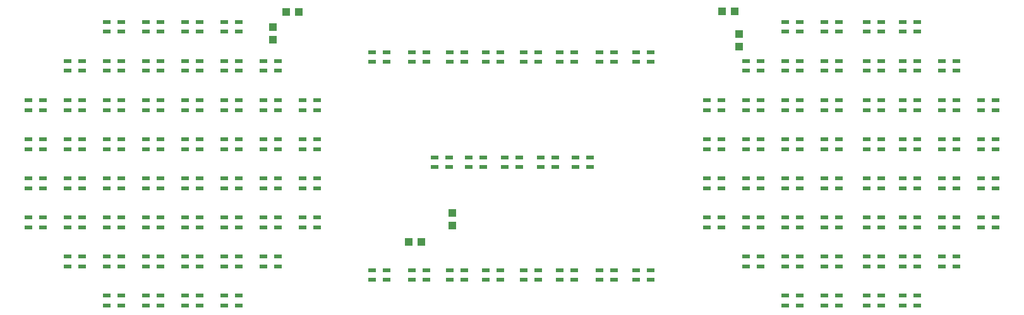
<source format=gbr>
G04 EAGLE Gerber RS-274X export*
G75*
%MOMM*%
%FSLAX34Y34*%
%LPD*%
%INSolderpaste Top*%
%IPPOS*%
%AMOC8*
5,1,8,0,0,1.08239X$1,22.5*%
G01*
%ADD10R,1.000000X0.600000*%
%ADD11R,1.100000X1.000000*%
%ADD12R,1.000000X1.100000*%


D10*
X264000Y415250D03*
X264000Y402250D03*
X283500Y402250D03*
X283500Y415250D03*
X54000Y362750D03*
X54000Y349750D03*
X73500Y349750D03*
X73500Y362750D03*
X211500Y415250D03*
X211500Y402250D03*
X231000Y402250D03*
X231000Y415250D03*
X159000Y415250D03*
X159000Y402250D03*
X178500Y402250D03*
X178500Y415250D03*
X106500Y415250D03*
X106500Y402250D03*
X126000Y402250D03*
X126000Y415250D03*
X316500Y362750D03*
X316500Y349750D03*
X336000Y349750D03*
X336000Y362750D03*
X264000Y362750D03*
X264000Y349750D03*
X283500Y349750D03*
X283500Y362750D03*
X211500Y362750D03*
X211500Y349750D03*
X231000Y349750D03*
X231000Y362750D03*
X159000Y362750D03*
X159000Y349750D03*
X178500Y349750D03*
X178500Y362750D03*
X106500Y362750D03*
X106500Y349750D03*
X126000Y349750D03*
X126000Y362750D03*
X369000Y310250D03*
X369000Y297250D03*
X388500Y297250D03*
X388500Y310250D03*
X316500Y310250D03*
X316500Y297250D03*
X336000Y297250D03*
X336000Y310250D03*
X264000Y310250D03*
X264000Y297250D03*
X283500Y297250D03*
X283500Y310250D03*
X211500Y310250D03*
X211500Y297250D03*
X231000Y297250D03*
X231000Y310250D03*
X159000Y310250D03*
X159000Y297250D03*
X178500Y297250D03*
X178500Y310250D03*
X106500Y310250D03*
X106500Y297250D03*
X126000Y297250D03*
X126000Y310250D03*
X54000Y310250D03*
X54000Y297250D03*
X73500Y297250D03*
X73500Y310250D03*
X1500Y310250D03*
X1500Y297250D03*
X21000Y297250D03*
X21000Y310250D03*
X369000Y257750D03*
X369000Y244750D03*
X388500Y244750D03*
X388500Y257750D03*
X316500Y257750D03*
X316500Y244750D03*
X336000Y244750D03*
X336000Y257750D03*
X264000Y257750D03*
X264000Y244750D03*
X283500Y244750D03*
X283500Y257750D03*
X211500Y257750D03*
X211500Y244750D03*
X231000Y244750D03*
X231000Y257750D03*
X159000Y257750D03*
X159000Y244750D03*
X178500Y244750D03*
X178500Y257750D03*
X106500Y257750D03*
X106500Y244750D03*
X126000Y244750D03*
X126000Y257750D03*
X54000Y257750D03*
X54000Y244750D03*
X73500Y244750D03*
X73500Y257750D03*
X1500Y257750D03*
X1500Y244750D03*
X21000Y244750D03*
X21000Y257750D03*
X369000Y205250D03*
X369000Y192250D03*
X388500Y192250D03*
X388500Y205250D03*
X316500Y205250D03*
X316500Y192250D03*
X336000Y192250D03*
X336000Y205250D03*
X264000Y205250D03*
X264000Y192250D03*
X283500Y192250D03*
X283500Y205250D03*
X211500Y205250D03*
X211500Y192250D03*
X231000Y192250D03*
X231000Y205250D03*
X159000Y205250D03*
X159000Y192250D03*
X178500Y192250D03*
X178500Y205250D03*
X106500Y205250D03*
X106500Y192250D03*
X126000Y192250D03*
X126000Y205250D03*
X54000Y205250D03*
X54000Y192250D03*
X73500Y192250D03*
X73500Y205250D03*
X1500Y205250D03*
X1500Y192250D03*
X21000Y192250D03*
X21000Y205250D03*
X369000Y152750D03*
X369000Y139750D03*
X388500Y139750D03*
X388500Y152750D03*
X316500Y152750D03*
X316500Y139750D03*
X336000Y139750D03*
X336000Y152750D03*
X264000Y152750D03*
X264000Y139750D03*
X283500Y139750D03*
X283500Y152750D03*
X211500Y152750D03*
X211500Y139750D03*
X231000Y139750D03*
X231000Y152750D03*
X159000Y152750D03*
X159000Y139750D03*
X178500Y139750D03*
X178500Y152750D03*
X106500Y152750D03*
X106500Y139750D03*
X126000Y139750D03*
X126000Y152750D03*
X54000Y152750D03*
X54000Y139750D03*
X73500Y139750D03*
X73500Y152750D03*
X1500Y152750D03*
X1500Y139750D03*
X21000Y139750D03*
X21000Y152750D03*
X316500Y100250D03*
X316500Y87250D03*
X336000Y87250D03*
X336000Y100250D03*
X264000Y100250D03*
X264000Y87250D03*
X283500Y87250D03*
X283500Y100250D03*
X211500Y100250D03*
X211500Y87250D03*
X231000Y87250D03*
X231000Y100250D03*
X159000Y100250D03*
X159000Y87250D03*
X178500Y87250D03*
X178500Y100250D03*
X106500Y100250D03*
X106500Y87250D03*
X126000Y87250D03*
X126000Y100250D03*
X54000Y100250D03*
X54000Y87250D03*
X73500Y87250D03*
X73500Y100250D03*
X264000Y47750D03*
X264000Y34750D03*
X283500Y34750D03*
X283500Y47750D03*
X211500Y47750D03*
X211500Y34750D03*
X231000Y34750D03*
X231000Y47750D03*
X159000Y47750D03*
X159000Y34750D03*
X178500Y34750D03*
X178500Y47750D03*
X106500Y47750D03*
X106500Y34750D03*
X126000Y34750D03*
X126000Y47750D03*
X481720Y68688D03*
X481720Y81688D03*
X462220Y81688D03*
X462220Y68688D03*
X535060Y68688D03*
X535060Y81688D03*
X515560Y81688D03*
X515560Y68688D03*
X585860Y68688D03*
X585860Y81688D03*
X566360Y81688D03*
X566360Y68688D03*
X634120Y68688D03*
X634120Y81688D03*
X614620Y81688D03*
X614620Y68688D03*
X684920Y68688D03*
X684920Y81688D03*
X665420Y81688D03*
X665420Y68688D03*
X733180Y68688D03*
X733180Y81688D03*
X713680Y81688D03*
X713680Y68688D03*
X786520Y68688D03*
X786520Y81688D03*
X767020Y81688D03*
X767020Y68688D03*
X836050Y68688D03*
X836050Y81688D03*
X816550Y81688D03*
X816550Y68688D03*
X546040Y233750D03*
X546040Y220750D03*
X565540Y220750D03*
X565540Y233750D03*
X591760Y233750D03*
X591760Y220750D03*
X611260Y220750D03*
X611260Y233750D03*
X640020Y233750D03*
X640020Y220750D03*
X659520Y220750D03*
X659520Y233750D03*
X688280Y233750D03*
X688280Y220750D03*
X707780Y220750D03*
X707780Y233750D03*
X735270Y233750D03*
X735270Y220750D03*
X754770Y220750D03*
X754770Y233750D03*
X481720Y361750D03*
X481720Y374750D03*
X462220Y374750D03*
X462220Y361750D03*
X535060Y361750D03*
X535060Y374750D03*
X515560Y374750D03*
X515560Y361750D03*
X585860Y361750D03*
X585860Y374750D03*
X566360Y374750D03*
X566360Y361750D03*
X634120Y361750D03*
X634120Y374750D03*
X614620Y374750D03*
X614620Y361750D03*
X684920Y361750D03*
X684920Y374750D03*
X665420Y374750D03*
X665420Y361750D03*
X733180Y361750D03*
X733180Y374750D03*
X713680Y374750D03*
X713680Y361750D03*
X786520Y361750D03*
X786520Y374750D03*
X767020Y374750D03*
X767020Y361750D03*
X836050Y361750D03*
X836050Y374750D03*
X816550Y374750D03*
X816550Y361750D03*
X1036000Y402250D03*
X1036000Y415250D03*
X1016500Y415250D03*
X1016500Y402250D03*
X1088500Y402250D03*
X1088500Y415250D03*
X1069000Y415250D03*
X1069000Y402250D03*
X1144550Y402250D03*
X1144550Y415250D03*
X1125050Y415250D03*
X1125050Y402250D03*
X1193500Y402250D03*
X1193500Y415250D03*
X1174000Y415250D03*
X1174000Y402250D03*
X983500Y349750D03*
X983500Y362750D03*
X964000Y362750D03*
X964000Y349750D03*
X1036000Y349750D03*
X1036000Y362750D03*
X1016500Y362750D03*
X1016500Y349750D03*
X1088500Y349750D03*
X1088500Y362750D03*
X1069000Y362750D03*
X1069000Y349750D03*
X1144550Y349750D03*
X1144550Y362750D03*
X1125050Y362750D03*
X1125050Y349750D03*
X1193500Y349750D03*
X1193500Y362750D03*
X1174000Y362750D03*
X1174000Y349750D03*
X1246000Y349750D03*
X1246000Y362750D03*
X1226500Y362750D03*
X1226500Y349750D03*
X931000Y297250D03*
X931000Y310250D03*
X911500Y310250D03*
X911500Y297250D03*
X983500Y297250D03*
X983500Y310250D03*
X964000Y310250D03*
X964000Y297250D03*
X1036000Y297250D03*
X1036000Y310250D03*
X1016500Y310250D03*
X1016500Y297250D03*
X1088500Y297250D03*
X1088500Y310250D03*
X1069000Y310250D03*
X1069000Y297250D03*
X1144550Y297250D03*
X1144550Y310250D03*
X1125050Y310250D03*
X1125050Y297250D03*
X1193500Y297250D03*
X1193500Y310250D03*
X1174000Y310250D03*
X1174000Y297250D03*
X1246000Y297250D03*
X1246000Y310250D03*
X1226500Y310250D03*
X1226500Y297250D03*
X1298500Y297250D03*
X1298500Y310250D03*
X1279000Y310250D03*
X1279000Y297250D03*
X931000Y244750D03*
X931000Y257750D03*
X911500Y257750D03*
X911500Y244750D03*
X983500Y244750D03*
X983500Y257750D03*
X964000Y257750D03*
X964000Y244750D03*
X1036000Y244750D03*
X1036000Y257750D03*
X1016500Y257750D03*
X1016500Y244750D03*
X1088500Y244750D03*
X1088500Y257750D03*
X1069000Y257750D03*
X1069000Y244750D03*
X1144550Y244750D03*
X1144550Y257750D03*
X1125050Y257750D03*
X1125050Y244750D03*
X1193500Y244750D03*
X1193500Y257750D03*
X1174000Y257750D03*
X1174000Y244750D03*
X1246000Y244750D03*
X1246000Y257750D03*
X1226500Y257750D03*
X1226500Y244750D03*
X1298500Y244750D03*
X1298500Y257750D03*
X1279000Y257750D03*
X1279000Y244750D03*
X931000Y192250D03*
X931000Y205250D03*
X911500Y205250D03*
X911500Y192250D03*
X983500Y192250D03*
X983500Y205250D03*
X964000Y205250D03*
X964000Y192250D03*
X1036000Y192250D03*
X1036000Y205250D03*
X1016500Y205250D03*
X1016500Y192250D03*
X1088500Y192250D03*
X1088500Y205250D03*
X1069000Y205250D03*
X1069000Y192250D03*
X1144550Y192250D03*
X1144550Y205250D03*
X1125050Y205250D03*
X1125050Y192250D03*
X1193500Y192250D03*
X1193500Y205250D03*
X1174000Y205250D03*
X1174000Y192250D03*
X1246000Y192250D03*
X1246000Y205250D03*
X1226500Y205250D03*
X1226500Y192250D03*
X1298500Y192250D03*
X1298500Y205250D03*
X1279000Y205250D03*
X1279000Y192250D03*
X931000Y139750D03*
X931000Y152750D03*
X911500Y152750D03*
X911500Y139750D03*
X983500Y139750D03*
X983500Y152750D03*
X964000Y152750D03*
X964000Y139750D03*
X1036000Y139750D03*
X1036000Y152750D03*
X1016500Y152750D03*
X1016500Y139750D03*
X1088500Y139750D03*
X1088500Y152750D03*
X1069000Y152750D03*
X1069000Y139750D03*
X1144550Y139750D03*
X1144550Y152750D03*
X1125050Y152750D03*
X1125050Y139750D03*
X1193500Y139750D03*
X1193500Y152750D03*
X1174000Y152750D03*
X1174000Y139750D03*
X1246000Y139750D03*
X1246000Y152750D03*
X1226500Y152750D03*
X1226500Y139750D03*
X1298500Y139750D03*
X1298500Y152750D03*
X1279000Y152750D03*
X1279000Y139750D03*
X983500Y87250D03*
X983500Y100250D03*
X964000Y100250D03*
X964000Y87250D03*
X1036000Y87250D03*
X1036000Y100250D03*
X1016500Y100250D03*
X1016500Y87250D03*
X1088500Y87250D03*
X1088500Y100250D03*
X1069000Y100250D03*
X1069000Y87250D03*
X1144550Y87250D03*
X1144550Y100250D03*
X1125050Y100250D03*
X1125050Y87250D03*
X1193500Y87250D03*
X1193500Y100250D03*
X1174000Y100250D03*
X1174000Y87250D03*
X1246000Y87250D03*
X1246000Y100250D03*
X1226500Y100250D03*
X1226500Y87250D03*
X1036000Y34750D03*
X1036000Y47750D03*
X1016500Y47750D03*
X1016500Y34750D03*
X1088500Y34750D03*
X1088500Y47750D03*
X1069000Y47750D03*
X1069000Y34750D03*
X1144550Y34750D03*
X1144550Y47750D03*
X1125050Y47750D03*
X1125050Y34750D03*
X1193500Y34750D03*
X1193500Y47750D03*
X1174000Y47750D03*
X1174000Y34750D03*
D11*
X364500Y429000D03*
X347500Y429000D03*
X511500Y120000D03*
X528500Y120000D03*
X948500Y430000D03*
X931500Y430000D03*
D12*
X330000Y391500D03*
X330000Y408500D03*
X570000Y141500D03*
X570000Y158500D03*
X954000Y382500D03*
X954000Y399500D03*
M02*

</source>
